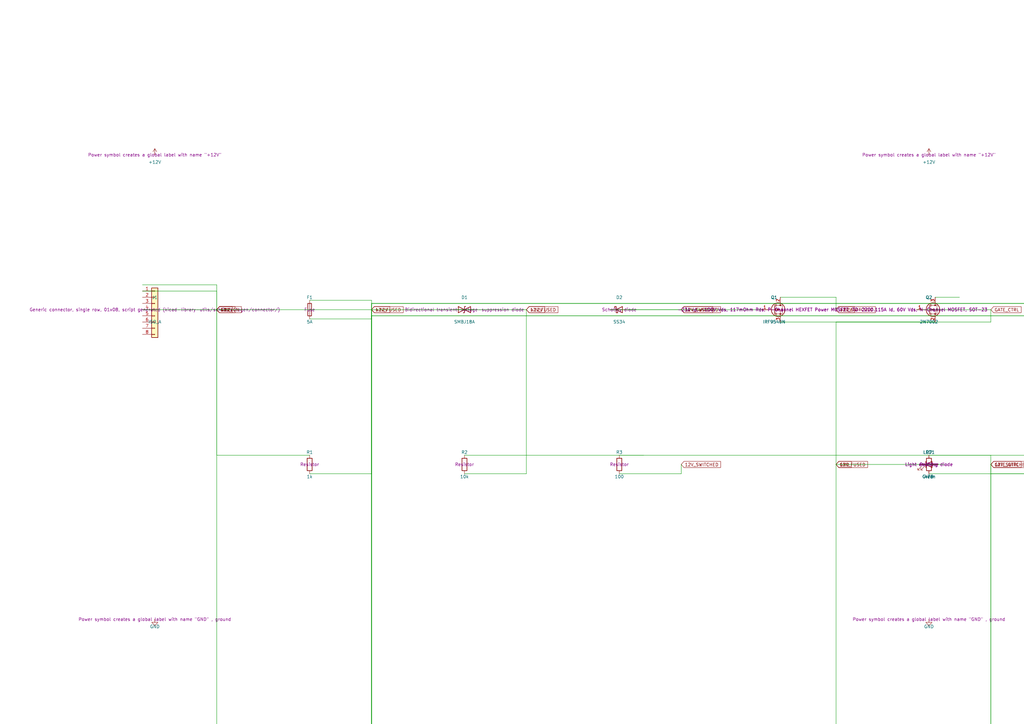
<source format=kicad_sch>
(kicad_sch (version 20250114) (generator "eeschema") (generator_version "9.0")
  (paper "A3")
  (title_block (title "WRX Power & CAN HAT") (date "2026-02-02T00:08:32.410828") (rev "1.0") (company "Auto-generated by Python"))
  (symbol (lib_id "Device:C") (at 635 190.5 0) (unit 1)
    (property "Reference" "C10" (at 635 185.5 0))
    (property "Value" "10uF" (at 635 195.5 0))
    (property "Description" "Unpolarized capacitor" (at 635 190.5 0))
  )
  (symbol (lib_id "Device:R") (at 254 381 0) (unit 1)
    (property "Reference" "R4" (at 254 376 0))
    (property "Value" "1.5k" (at 254 386 0))
    (property "Description" "Resistor" (at 254 381 0))
  )
  (symbol (lib_id "Device:R") (at 317.5 381 0) (unit 1)
    (property "Reference" "R5" (at 317.5 376 0))
    (property "Value" "1k" (at 317.5 386 0))
    (property "Description" "Resistor" (at 317.5 381 0))
  )
  (symbol (lib_id "Device:Crystal") (at 190.5 571.5 0) (unit 1)
    (property "Reference" "Y1" (at 190.5 566.5 0))
    (property "Value" "8MHz" (at 190.5 576.5 0))
    (property "Description" "Two pin crystal" (at 190.5 571.5 0))
  )
  (symbol (lib_id "Device:C") (at 698.5 762 0) (unit 1)
    (property "Reference" "C14" (at 698.5 757 0))
    (property "Value" "2.2uF" (at 698.5 767 0))
    (property "Description" "Unpolarized capacitor" (at 698.5 762 0))
  )
  (symbol (lib_id "Connector_Generic:Conn_01x16") (at 444.5 508 0) (unit 1)
    (property "Reference" "J3" (at 444.5 503 0))
    (property "Value" "OBD-II" (at 444.5 513 0))
    (property "Description" "Generic connector, single row, 01x16, script generated (kicad-library-utils/schlib/autogen/connector/)" (at 444.5 508 0))
  )
  (symbol (lib_id "Connector_Generic:Conn_01x02") (at 635 571.5 0) (unit 1)
    (property "Reference" "J6" (at 635 566.5 0))
    (property "Value" "FAN" (at 635 576.5 0))
    (property "Description" "Generic connector, single row, 01x02, script generated (kicad-library-utils/schlib/autogen/connector/)" (at 635 571.5 0))
  )
  (symbol (lib_id "Device:CP") (at 190.5 381 0) (unit 1)
    (property "Reference" "C?" (at 190.5 376 0))
    (property "Value" "220uF" (at 190.5 386 0))
  )
  (symbol (lib_id "Device:R") (at 635 381 0) (unit 1)
    (property "Reference" "R16" (at 635 376 0))
    (property "Value" "470" (at 635 386 0))
    (property "Description" "Resistor" (at 635 381 0))
  )
  (symbol (lib_id "Device:R") (at 381 508 0) (unit 1)
    (property "Reference" "R8" (at 381 503 0))
    (property "Value" "120" (at 381 513 0))
    (property "Description" "Resistor" (at 381 508 0))
  )
  (symbol (lib_id "Device:D") (at 635 508 0) (unit 1)
    (property "Reference" "D4" (at 635 503 0))
    (property "Value" "1N4148" (at 635 513 0))
    (property "Description" "Diode" (at 635 508 0))
    (property "Sim.Device" "D" (effects (hide yes)))
    (property "Sim.Pins" "1=K 2=A" (effects (hide yes)))
  )
  (symbol (lib_id "Device:C") (at 635 698.5 0) (unit 1)
    (property "Reference" "C11" (at 635 693.5 0))
    (property "Value" "1uF" (at 635 703.5 0))
    (property "Description" "Unpolarized capacitor" (at 635 698.5 0))
  )
  (symbol (lib_id "Connector:Screw_Terminal_01x02") (at 444.5 571.5 0) (unit 1)
    (property "Reference" "J4" (at 444.5 566.5 0))
    (property "Value" "CAN_Term" (at 444.5 576.5 0))
    (property "Description" "Generic screw terminal, single row, 01x02, script generated (kicad-library-utils/schlib/autogen/connector/)" (at 444.5 571.5 0))
  )
  (symbol (lib_id "Device:D_Schottky") (at 254 127 0) (unit 1)
    (property "Reference" "D2" (at 254 122 0))
    (property "Value" "SS34" (at 254 132 0))
    (property "Description" "Schottky diode" (at 254 127 0))
  )
  (symbol (lib_id "Device:C") (at 571.5 190.5 0) (unit 1)
    (property "Reference" "C8" (at 571.5 185.5 0))
    (property "Value" "100nF" (at 571.5 195.5 0))
    (property "Description" "Unpolarized capacitor" (at 571.5 190.5 0))
  )
  (symbol (lib_id "Device:C") (at 381 571.5 0) (unit 1)
    (property "Reference" "C6" (at 381 566.5 0))
    (property "Value" "22pF" (at 381 576.5 0))
    (property "Description" "Unpolarized capacitor" (at 381 571.5 0))
  )
  (symbol (lib_id "Device:C") (at 635 762 0) (unit 1)
    (property "Reference" "C12" (at 635 757 0))
    (property "Value" "2.2uF" (at 635 767 0))
    (property "Description" "Unpolarized capacitor" (at 635 762 0))
  )
  (symbol (lib_id "Device:CP") (at 317.5 190.5 0) (unit 1)
    (property "Reference" "C?" (at 317.5 185.5 0))
    (property "Value" "100uF" (at 317.5 195.5 0))
  )
  (symbol (lib_id "Device:L") (at 190.5 317.5 0) (unit 1)
    (property "Reference" "L1" (at 190.5 312.5 0))
    (property "Value" "33uH" (at 190.5 322.5 0))
    (property "Description" "Inductor" (at 190.5 317.5 0))
  )
  (symbol (lib_id "Connector_Generic:Conn_01x08") (at 63.5 127 0) (unit 1)
    (property "Reference" "J1" (at 63.5 122 0))
    (property "Value" "ISO_A" (at 63.5 132 0))
    (property "Description" "Generic connector, single row, 01x08, script generated (kicad-library-utils/schlib/autogen/connector/)" (at 63.5 127 0))
  )
  (symbol (lib_id "Regulator_Linear:AMS1117-3.3") (at 127 698.5 0) (unit 1)
    (property "Reference" "U2" (at 127 693.5 0))
    (property "Value" "AMS1117-3.3" (at 127 703.5 0))
    (property "Footprint" "Package_TO_SOT_SMD:SOT-223-3_TabPin2" (effects (hide yes)))
    (property "Datasheet" "http://www.advanced-monolithic.com/pdf/ds1117.pdf" (effects (hide yes)))
    (property "Description" "1A Low Dropout regulator, positive, 3.3V fixed output, SOT-223" (at 127 698.5 0))
  )
  (symbol (lib_id "power:+12V") (at 63.5 63.5 0) (unit 1)
    (property "Reference" "#PWR01" (effects (hide yes)))
    (property "Value" "+12V" (at 63.5 66.5 0))
    (property "Description" "Power symbol creates a global label with name \"+12V\"" (at 63.5 63.5 0))
  )
  (symbol (lib_id "power:GND") (at 698.5 254 0) (unit 1)
    (property "Reference" "#PWR07" (effects (hide yes)))
    (property "Value" "GND" (at 698.5 257 0))
    (property "Description" "Power symbol creates a global label with name \"GND\" , ground" (at 698.5 254 0))
  )
  (symbol (lib_id "Connector_Generic:Conn_02x20_Odd_Even") (at 381 698.5 0) (unit 1)
    (property "Reference" "J2" (at 381 693.5 0))
    (property "Value" "Pi_GPIO" (at 381 703.5 0))
    (property "Description" "Generic connector, double row, 02x20, odd/even pin numbering scheme (row 1 odd numbers, row 2 even numbers), script generated (kicad-library-utils/schlib/autogen/connector/)" (at 381 698.5 0))
  )
  (symbol (lib_id "Device:C") (at 254 698.5 0) (unit 1)
    (property "Reference" "C4" (at 254 693.5 0))
    (property "Value" "10uF" (at 254 703.5 0))
    (property "Description" "Unpolarized capacitor" (at 254 698.5 0))
  )
  (symbol (lib_id "Device:R") (at 571.5 825.5 0) (unit 1)
    (property "Reference" "R15" (at 571.5 820.5 0))
    (property "Value" "1k" (at 571.5 830.5 0))
    (property "Description" "Resistor" (at 571.5 825.5 0))
  )
  (symbol (lib_id "MCU_Microchip_ATtiny:ATtiny85-20PU") (at 444.5 317.5 0) (unit 1)
    (property "Reference" "U?" (at 444.5 312.5 0))
    (property "Value" "ATtiny85" (at 444.5 322.5 0))
  )
  (symbol (lib_id "Device:C") (at 444.5 381 0) (unit 1)
    (property "Reference" "C7" (at 444.5 376 0))
    (property "Value" "100nF" (at 444.5 386 0))
    (property "Description" "Unpolarized capacitor" (at 444.5 381 0))
  )
  (symbol (lib_id "power:+3.3V") (at 63.5 635 0) (unit 1)
    (property "Reference" "#PWR03" (effects (hide yes)))
    (property "Value" "+3.3V" (at 63.5 638 0))
    (property "Description" "Power symbol creates a global label with name \"+3.3V\"" (at 63.5 635 0))
  )
  (symbol (lib_id "Device:R") (at 698.5 825.5 0) (unit 1)
    (property "Reference" "R18" (at 698.5 820.5 0))
    (property "Value" "1k" (at 698.5 830.5 0))
    (property "Description" "Resistor" (at 698.5 825.5 0))
  )
  (symbol (lib_id "Device:R") (at 571.5 571.5 0) (unit 1)
    (property "Reference" "R14" (at 571.5 566.5 0))
    (property "Value" "1k" (at 571.5 576.5 0))
    (property "Description" "Resistor" (at 571.5 571.5 0))
  )
  (symbol (lib_id "Connector_Generic:Conn_01x03") (at 698.5 571.5 0) (unit 1)
    (property "Reference" "JP2" (at 698.5 566.5 0))
    (property "Value" "5V/12V" (at 698.5 576.5 0))
    (property "Description" "Generic connector, single row, 01x03, script generated (kicad-library-utils/schlib/autogen/connector/)" (at 698.5 571.5 0))
  )
  (symbol (lib_id "Isolator:LTV-817S") (at 444.5 127 0) (unit 1)
    (property "Reference" "U4" (at 444.5 122 0))
    (property "Value" "LTV-817S" (at 444.5 132 0))
    (property "Footprint" "Package_DIP:SMDIP-4_W9.53mm" (effects (hide yes)))
    (property "Datasheet" "http://www.us.liteon.com/downloads/LTV-817-827-847.PDF" (effects (hide yes)))
    (property "Description" "DC Optocoupler, Vce 35V, CTR 50%, SMDIP-4" (at 444.5 127 0))
  )
  (symbol (lib_id "Device:R") (at 317.5 508 0) (unit 1)
    (property "Reference" "R6" (at 317.5 503 0))
    (property "Value" "10k" (at 317.5 513 0))
    (property "Description" "Resistor" (at 317.5 508 0))
  )
  (symbol (lib_id "Device:R") (at 508 190.5 0) (unit 1)
    (property "Reference" "R11" (at 508 185.5 0))
    (property "Value" "10k" (at 508 195.5 0))
    (property "Description" "Resistor" (at 508 190.5 0))
  )
  (symbol (lib_id "Connector_Generic:Conn_01x02") (at 508 571.5 0) (unit 1)
    (property "Reference" "JP1" (at 508 566.5 0))
    (property "Value" "Jumper" (at 508 576.5 0))
    (property "Description" "Generic connector, single row, 01x02, script generated (kicad-library-utils/schlib/autogen/connector/)" (at 508 571.5 0))
  )
  (symbol (lib_id "Device:R") (at 571.5 381 0) (unit 1)
    (property "Reference" "R13" (at 571.5 376 0))
    (property "Value" "470" (at 571.5 386 0))
    (property "Description" "Resistor" (at 571.5 381 0))
  )
  (symbol (lib_id "Device:C") (at 190.5 698.5 0) (unit 1)
    (property "Reference" "C2" (at 190.5 693.5 0))
    (property "Value" "10uF" (at 190.5 703.5 0))
    (property "Description" "Unpolarized capacitor" (at 190.5 698.5 0))
  )
  (symbol (lib_id "Device:R") (at 635 825.5 0) (unit 1)
    (property "Reference" "R17" (at 635 820.5 0))
    (property "Value" "1k" (at 635 830.5 0))
    (property "Description" "Resistor" (at 635 825.5 0))
  )
  (symbol (lib_id "Device:R") (at 444.5 127 0) (unit 1)
    (property "Reference" "R9" (at 444.5 122 0))
    (property "Value" "10k" (at 444.5 132 0))
    (property "Description" "Resistor" (at 444.5 127 0))
  )
  (symbol (lib_id "Device:D_Schottky") (at 254 317.5 0) (unit 1)
    (property "Reference" "D3" (at 254 312.5 0))
    (property "Value" "SS54" (at 254 322.5 0))
    (property "Description" "Schottky diode" (at 254 317.5 0))
  )
  (symbol (lib_id "Regulator_Switching:LM2596S-5") (at 127 317.5 0) (unit 1)
    (property "Reference" "U1" (at 127 312.5 0))
    (property "Value" "LM2596S-5.0" (at 127 322.5 0))
    (property "Footprint" "Package_TO_SOT_SMD:TO-263-5_TabPin3" (effects (hide yes)))
    (property "Datasheet" "http://www.ti.com/lit/ds/symlink/lm2596.pdf" (effects (hide yes)))
    (property "Description" "5V 3A Step-Down Voltage Regulator, TO-263" (at 127 317.5 0))
  )
  (symbol (lib_id "Device:R") (at 508 381 0) (unit 1)
    (property "Reference" "R12" (at 508 376 0))
    (property "Value" "10k" (at 508 386 0))
    (property "Description" "Resistor" (at 508 381 0))
  )
  (symbol (lib_id "Connector_Generic:Conn_01x06") (at 825.5 762 0) (unit 1)
    (property "Reference" "J7" (at 825.5 757 0))
    (property "Value" "Audio" (at 825.5 767 0))
    (property "Description" "Generic connector, single row, 01x06, script generated (kicad-library-utils/schlib/autogen/connector/)" (at 825.5 762 0))
  )
  (symbol (lib_id "Device:C") (at 571.5 762 0) (unit 1)
    (property "Reference" "C9" (at 571.5 757 0))
    (property "Value" "2.2uF" (at 571.5 767 0))
    (property "Description" "Unpolarized capacitor" (at 571.5 762 0))
  )
  (symbol (lib_id "Connector_Generic:Conn_01x16") (at 571.5 698.5 0) (unit 1)
    (property "Reference" "U5" (at 571.5 693.5 0))
    (property "Value" "PCM5142" (at 571.5 703.5 0))
    (property "Description" "Generic connector, single row, 01x16, script generated (kicad-library-utils/schlib/autogen/connector/)" (at 571.5 698.5 0))
  )
  (symbol (lib_id "Transistor_FET:2N7002") (at 381 127 0) (unit 1)
    (property "Reference" "Q2" (at 381 122 0))
    (property "Value" "2N7002" (at 381 132 0))
    (property "Footprint" "Package_TO_SOT_SMD:SOT-23" (effects (hide yes)))
    (property "Datasheet" "https://www.onsemi.com/pub/Collateral/NDS7002A-D.PDF" (effects (hide yes)))
    (property "Description" "0.115A Id, 60V Vds, N-Channel MOSFET, SOT-23" (at 381 127 0))
  )
  (symbol (lib_id "power:GND") (at 63.5 254 0) (unit 1)
    (property "Reference" "#PWR02" (effects (hide yes)))
    (property "Value" "GND" (at 63.5 257 0))
    (property "Description" "Power symbol creates a global label with name \"GND\" , ground" (at 63.5 254 0))
  )
  (symbol (lib_id "Device:LED") (at 571.5 317.5 0) (unit 1)
    (property "Reference" "LED3" (at 571.5 312.5 0))
    (property "Value" "Yellow" (at 571.5 322.5 0))
    (property "Description" "Light emitting diode" (at 571.5 317.5 0))
    (property "Sim.Pins" "1=K 2=A" (effects (hide yes)))
  )
  (symbol (lib_id "Device:C") (at 254 571.5 0) (unit 1)
    (property "Reference" "C3" (at 254 566.5 0))
    (property "Value" "100nF" (at 254 576.5 0))
    (property "Description" "Unpolarized capacitor" (at 254 571.5 0))
  )
  (symbol (lib_id "Device:R") (at 444.5 190.5 0) (unit 1)
    (property "Reference" "R10" (at 444.5 185.5 0))
    (property "Value" "1k" (at 444.5 195.5 0))
    (property "Description" "Resistor" (at 444.5 190.5 0))
  )
  (symbol (lib_id "Device:R") (at 190.5 190.5 0) (unit 1)
    (property "Reference" "R2" (at 190.5 185.5 0))
    (property "Value" "10k" (at 190.5 195.5 0))
    (property "Description" "Resistor" (at 190.5 190.5 0))
  )
  (symbol (lib_id "Device:LED") (at 508 317.5 0) (unit 1)
    (property "Reference" "LED2" (at 508 312.5 0))
    (property "Value" "Red" (at 508 322.5 0))
    (property "Description" "Light emitting diode" (at 508 317.5 0))
    (property "Sim.Pins" "1=K 2=A" (effects (hide yes)))
  )
  (symbol (lib_id "Transistor_FET:2N7002") (at 571.5 508 0) (unit 1)
    (property "Reference" "Q3" (at 571.5 503 0))
    (property "Value" "2N7002" (at 571.5 513 0))
    (property "Footprint" "Package_TO_SOT_SMD:SOT-23" (effects (hide yes)))
    (property "Datasheet" "https://www.onsemi.com/pub/Collateral/NDS7002A-D.PDF" (effects (hide yes)))
    (property "Description" "0.115A Id, 60V Vds, N-Channel MOSFET, SOT-23" (at 571.5 508 0))
  )
  (symbol (lib_id "Device:LED") (at 381 190.5 0) (unit 1)
    (property "Reference" "LED1" (at 381 185.5 0))
    (property "Value" "Green" (at 381 195.5 0))
    (property "Description" "Light emitting diode" (at 381 190.5 0))
    (property "Sim.Pins" "1=K 2=A" (effects (hide yes)))
  )
  (symbol (lib_id "Interface_CAN_LIN:SN65HVD230") (at 254 508 0) (unit 1)
    (property "Reference" "U3" (at 254 503 0))
    (property "Value" "SN65HVD230" (at 254 513 0))
    (property "Footprint" "Package_SO:SOIC-8_3.9x4.9mm_P1.27mm" (effects (hide yes)))
    (property "Datasheet" "http://www.ti.com/lit/ds/symlink/sn65hvd230.pdf" (effects (hide yes)))
    (property "Description" "CAN Bus Transceivers, 3.3V, 1Mbps, Low-Power capabilities, SOIC-8" (at 254 508 0))
  )
  (symbol (lib_id "Device:R") (at 254 190.5 0) (unit 1)
    (property "Reference" "R3" (at 254 185.5 0))
    (property "Value" "100" (at 254 195.5 0))
    (property "Description" "Resistor" (at 254 190.5 0))
  )
  (symbol (lib_id "Device:C") (at 698.5 698.5 0) (unit 1)
    (property "Reference" "C13" (at 698.5 693.5 0))
    (property "Value" "1uF" (at 698.5 703.5 0))
    (property "Description" "Unpolarized capacitor" (at 698.5 698.5 0))
  )
  (symbol (lib_id "power:+5V") (at 381 444.5 0) (unit 1)
    (property "Reference" "#PWR06" (effects (hide yes)))
    (property "Value" "+5V" (at 381 447.5 0))
    (property "Description" "Power symbol creates a global label with name \"+5V\"" (at 381 444.5 0))
  )
  (symbol (lib_id "Device:C") (at 762 762 0) (unit 1)
    (property "Reference" "C15" (at 762 757 0))
    (property "Value" "2.2uF" (at 762 767 0))
    (property "Description" "Unpolarized capacitor" (at 762 762 0))
  )
  (symbol (lib_id "Device:R") (at 381 190.5 0) (unit 1)
    (property "Reference" "R7" (at 381 185.5 0))
    (property "Value" "470" (at 381 195.5 0))
    (property "Description" "Resistor" (at 381 190.5 0))
  )
  (symbol (lib_id "Connector_Generic:Conn_02x03_Odd_Even") (at 635 317.5 0) (unit 1)
    (property "Reference" "J5" (at 635 312.5 0))
    (property "Value" "ISP" (at 635 322.5 0))
    (property "Description" "Generic connector, double row, 02x03, odd/even pin numbering scheme (row 1 odd numbers, row 2 even numbers), script generated (kicad-library-utils/schlib/autogen/connector/)" (at 635 317.5 0))
  )
  (symbol (lib_id "Interface_CAN_LIN:MCP2515-I_SO") (at 127 508 0) (unit 1)
    (property "Reference" "U?" (at 127 503 0))
    (property "Value" "MCP2515" (at 127 513 0))
  )
  (symbol (lib_id "Device:C") (at 127 571.5 0) (unit 1)
    (property "Reference" "C1" (at 127 566.5 0))
    (property "Value" "100nF" (at 127 576.5 0))
    (property "Description" "Unpolarized capacitor" (at 127 571.5 0))
  )
  (symbol (lib_id "Device:R") (at 762 825.5 0) (unit 1)
    (property "Reference" "R19" (at 762 820.5 0))
    (property "Value" "1k" (at 762 830.5 0))
    (property "Description" "Resistor" (at 762 825.5 0))
  )
  (symbol (lib_id "Device:R") (at 127 190.5 0) (unit 1)
    (property "Reference" "R1" (at 127 185.5 0))
    (property "Value" "1k" (at 127 195.5 0))
    (property "Description" "Resistor" (at 127 190.5 0))
  )
  (symbol (lib_id "Device:D_TVS") (at 190.5 127 0) (unit 1)
    (property "Reference" "D1" (at 190.5 122 0))
    (property "Value" "SMBJ18A" (at 190.5 132 0))
    (property "Description" "Bidirectional transient-voltage-suppression diode" (at 190.5 127 0))
  )
  (symbol (lib_id "Device:Fuse") (at 127 127 0) (unit 1)
    (property "Reference" "F1" (at 127 122 0))
    (property "Value" "5A" (at 127 132 0))
    (property "Description" "Fuse" (at 127 127 0))
  )
  (symbol (lib_id "Device:C") (at 317.5 571.5 0) (unit 1)
    (property "Reference" "C5" (at 317.5 566.5 0))
    (property "Value" "22pF" (at 317.5 576.5 0))
    (property "Description" "Unpolarized capacitor" (at 317.5 571.5 0))
  )
  (symbol (lib_id "Transistor_FET:IRF9540N") (at 317.5 127 0) (unit 1)
    (property "Reference" "Q1" (at 317.5 122 0))
    (property "Value" "IRF9540N" (at 317.5 132 0))
    (property "Footprint" "Package_TO_SOT_THT:TO-220-3_Vertical" (effects (hide yes)))
    (property "Datasheet" "http://www.irf.com/product-info/datasheets/data/irf9540n.pdf" (effects (hide yes)))
    (property "Description" "-23A Id, -100V Vds, 117mOhm Rds, P-Channel HEXFET Power MOSFET, TO-220" (at 317.5 127 0))
  )
  (symbol (lib_id "power:+12V") (at 381 63.5 0) (unit 1)
    (property "Reference" "#PWR04" (effects (hide yes)))
    (property "Value" "+12V" (at 381 66.5 0))
    (property "Description" "Power symbol creates a global label with name \"+12V\"" (at 381 63.5 0))
  )
  (symbol (lib_id "power:GND") (at 381 254 0) (unit 1)
    (property "Reference" "#PWR05" (effects (hide yes)))
    (property "Value" "GND" (at 381 257 0))
    (property "Description" "Power symbol creates a global label with name \"GND\" , ground" (at 381 254 0))
  )
  (symbol (lib_id "Device:CP") (at 127 381 0) (unit 1)
    (property "Reference" "C?" (at 127 376 0))
    (property "Value" "100uF" (at 127 386 0))
  )
  (global_label "GND" (shape input) (at 88.9 127.0 0) (property "Intersheetrefs" "${INTERSHEET_REFS}" (effects hide)))
  (global_label "GND" (shape input) (at 342.9 190.5 0) (property "Intersheetrefs" "${INTERSHEET_REFS}" (effects hide)))
  (global_label "GND" (shape input) (at 152.4 381.0 0) (property "Intersheetrefs" "${INTERSHEET_REFS}" (effects hide)))
  (global_label "GND" (shape input) (at 215.9 381.0 0) (property "Intersheetrefs" "${INTERSHEET_REFS}" (effects hide)))
  (global_label "GND" (shape input) (at 469.90000000000003 381.0 0) (property "Intersheetrefs" "${INTERSHEET_REFS}" (effects hide)))
  (global_label "GND" (shape input) (at 152.4 571.5 0) (property "Intersheetrefs" "${INTERSHEET_REFS}" (effects hide)))
  (global_label "GND" (shape input) (at 279.4 571.5 0) (property "Intersheetrefs" "${INTERSHEET_REFS}" (effects hide)))
  (global_label "GND" (shape input) (at 342.9 571.5 0) (property "Intersheetrefs" "${INTERSHEET_REFS}" (effects hide)))
  (global_label "GND" (shape input) (at 406.4 571.5 0) (property "Intersheetrefs" "${INTERSHEET_REFS}" (effects hide)))
  (global_label "GND" (shape input) (at 215.9 698.5 0) (property "Intersheetrefs" "${INTERSHEET_REFS}" (effects hide)))
  (global_label "GND" (shape input) (at 279.4 698.5 0) (property "Intersheetrefs" "${INTERSHEET_REFS}" (effects hide)))
  (global_label "GND" (shape input) (at 152.4 317.5 0) (property "Intersheetrefs" "${INTERSHEET_REFS}" (effects hide)))
  (global_label "GND" (shape input) (at 469.90000000000003 127.0 0) (property "Intersheetrefs" "${INTERSHEET_REFS}" (effects hide)))
  (global_label "GND" (shape input) (at 469.90000000000003 317.5 0) (property "Intersheetrefs" "${INTERSHEET_REFS}" (effects hide)))
  (global_label "GND" (shape input) (at 152.4 508.0 0) (property "Intersheetrefs" "${INTERSHEET_REFS}" (effects hide)))
  (global_label "GND" (shape input) (at 279.4 508.0 0) (property "Intersheetrefs" "${INTERSHEET_REFS}" (effects hide)))
  (global_label "GND" (shape input) (at 152.4 698.5 0) (property "Intersheetrefs" "${INTERSHEET_REFS}" (effects hide)))
  (global_label "GND" (shape input) (at 406.4 698.5 0) (property "Intersheetrefs" "${INTERSHEET_REFS}" (effects hide)))
  (global_label "GND" (shape input) (at 660.4 317.5 0) (property "Intersheetrefs" "${INTERSHEET_REFS}" (effects hide)))
  (global_label "GND" (shape input) (at 660.4 508.0 0) (property "Intersheetrefs" "${INTERSHEET_REFS}" (effects hide)))
  (global_label "+12V" (shape input) (at 88.9 127.0 0) (property "Intersheetrefs" "${INTERSHEET_REFS}" (effects hide)))
  (global_label "+12V" (shape input) (at 152.4 127.0 0) (property "Intersheetrefs" "${INTERSHEET_REFS}" (effects hide)))
  (global_label "+12V" (shape input) (at 215.9 127.0 0) (property "Intersheetrefs" "${INTERSHEET_REFS}" (effects hide)))
  (global_label "+12V" (shape input) (at 342.9 127.0 0) (property "Intersheetrefs" "${INTERSHEET_REFS}" (effects hide)))
  (global_label "+5V" (shape input) (at 152.4 317.5 0) (property "Intersheetrefs" "${INTERSHEET_REFS}" (effects hide)))
  (global_label "+5V" (shape input) (at 215.9 381.0 0) (property "Intersheetrefs" "${INTERSHEET_REFS}" (effects hide)))
  (global_label "+5V" (shape input) (at 152.4 571.5 0) (property "Intersheetrefs" "${INTERSHEET_REFS}" (effects hide)))
  (global_label "+5V" (shape input) (at 469.90000000000003 317.5 0) (property "Intersheetrefs" "${INTERSHEET_REFS}" (effects hide)))
  (global_label "+5V" (shape input) (at 152.4 508.0 0) (property "Intersheetrefs" "${INTERSHEET_REFS}" (effects hide)))
  (global_label "+5V" (shape input) (at 152.4 698.5 0) (property "Intersheetrefs" "${INTERSHEET_REFS}" (effects hide)))
  (global_label "+5V" (shape input) (at 406.4 698.5 0) (property "Intersheetrefs" "${INTERSHEET_REFS}" (effects hide)))
  (global_label "+3.3V" (shape input) (at 279.4 508.0 0) (property "Intersheetrefs" "${INTERSHEET_REFS}" (effects hide)))
  (global_label "+3.3V" (shape input) (at 152.4 698.5 0) (property "Intersheetrefs" "${INTERSHEET_REFS}" (effects hide)))
  (global_label "+3.3V" (shape input) (at 406.4 698.5 0) (property "Intersheetrefs" "${INTERSHEET_REFS}" (effects hide)))
  (global_label "+3.3V" (shape input) (at 469.90000000000003 381.0 0) (property "Intersheetrefs" "${INTERSHEET_REFS}" (effects hide)))
  (global_label "12V_FUSED" (shape input) (at 152.4 127.0 0) (property "Intersheetrefs" "${INTERSHEET_REFS}" (effects hide)))
  (global_label "12V_FUSED" (shape input) (at 215.9 127.0 0) (property "Intersheetrefs" "${INTERSHEET_REFS}" (effects hide)))
  (global_label "12V_FUSED" (shape input) (at 279.4 127.0 0) (property "Intersheetrefs" "${INTERSHEET_REFS}" (effects hide)))
  (global_label "12V_FUSED" (shape input) (at 342.9 190.5 0) (property "Intersheetrefs" "${INTERSHEET_REFS}" (effects hide)))
  (global_label "12V_SWITCHED" (shape input) (at 279.4 127.0 0) (property "Intersheetrefs" "${INTERSHEET_REFS}" (effects hide)))
  (global_label "12V_SWITCHED" (shape input) (at 342.9 127.0 0) (property "Intersheetrefs" "${INTERSHEET_REFS}" (effects hide)))
  (global_label "12V_SWITCHED" (shape input) (at 152.4 317.5 0) (property "Intersheetrefs" "${INTERSHEET_REFS}" (effects hide)))
  (global_label "12V_SWITCHED" (shape input) (at 406.4 190.5 0) (property "Intersheetrefs" "${INTERSHEET_REFS}" (effects hide)))
  (global_label "12V_SWITCHED" (shape input) (at 279.4 190.5 0) (property "Intersheetrefs" "${INTERSHEET_REFS}" (effects hide)))
  (global_label "GATE_CTRL" (shape input) (at 469.90000000000003 317.5 0) (property "Intersheetrefs" "${INTERSHEET_REFS}" (effects hide)))
  (global_label "GATE_CTRL" (shape input) (at 406.4 190.5 0) (property "Intersheetrefs" "${INTERSHEET_REFS}" (effects hide)))
  (global_label "GATE_CTRL" (shape input) (at 406.4 127.0 0) (property "Intersheetrefs" "${INTERSHEET_REFS}" (effects hide)))
  (global_label "12V_IGN" (shape input) (at 88.9 127.0 0) (property "Intersheetrefs" "${INTERSHEET_REFS}" (effects hide)))
  (global_label "12V_IGN" (shape input) (at 469.90000000000003 190.5 0) (property "Intersheetrefs" "${INTERSHEET_REFS}" (effects hide)))
  (global_label "12V_IGN" (shape input) (at 469.90000000000003 127.0 0) (property "Intersheetrefs" "${INTERSHEET_REFS}" (effects hide)))
  (global_label "IGN_DETECT" (shape input) (at 469.90000000000003 127.0 0) (property "Intersheetrefs" "${INTERSHEET_REFS}" (effects hide)))
  (global_label "IGN_DETECT" (shape input) (at 533.4 190.5 0) (property "Intersheetrefs" "${INTERSHEET_REFS}" (effects hide)))
  (global_label "IGN_DETECT" (shape input) (at 596.9 190.5 0) (property "Intersheetrefs" "${INTERSHEET_REFS}" (effects hide)))
  (global_label "IGN_DETECT" (shape input) (at 660.4 190.5 0) (property "Intersheetrefs" "${INTERSHEET_REFS}" (effects hide)))
  (global_label "IGN_DETECT" (shape input) (at 469.90000000000003 317.5 0) (property "Intersheetrefs" "${INTERSHEET_REFS}" (effects hide)))
  (global_label "IGN_DETECT" (shape input) (at 406.4 698.5 0) (property "Intersheetrefs" "${INTERSHEET_REFS}" (effects hide)))
  (global_label "SHUTDOWN_REQ" (shape input) (at 469.90000000000003 317.5 0) (property "Intersheetrefs" "${INTERSHEET_REFS}" (effects hide)))
  (global_label "SHUTDOWN_REQ" (shape input) (at 406.4 698.5 0) (property "Intersheetrefs" "${INTERSHEET_REFS}" (effects hide)))
  (global_label "TIMER_LED" (shape input) (at 469.90000000000003 317.5 0) (property "Intersheetrefs" "${INTERSHEET_REFS}" (effects hide)))
  (global_label "TIMER_LED" (shape input) (at 596.9 381.0 0) (property "Intersheetrefs" "${INTERSHEET_REFS}" (effects hide)))
  (global_label "TIMER_LED" (shape input) (at 533.4 317.5 0) (property "Intersheetrefs" "${INTERSHEET_REFS}" (effects hide)))
  (global_label "HEARTBEAT_LED" (shape input) (at 469.90000000000003 317.5 0) (property "Intersheetrefs" "${INTERSHEET_REFS}" (effects hide)))
  (global_label "HEARTBEAT_LED" (shape input) (at 660.4 381.0 0) (property "Intersheetrefs" "${INTERSHEET_REFS}" (effects hide)))
  (global_label "HEARTBEAT_LED" (shape input) (at 596.9 317.5 0) (property "Intersheetrefs" "${INTERSHEET_REFS}" (effects hide)))
  (global_label "RESET" (shape input) (at 469.90000000000003 317.5 0) (property "Intersheetrefs" "${INTERSHEET_REFS}" (effects hide)))
  (global_label "RESET" (shape input) (at 533.4 381.0 0) (property "Intersheetrefs" "${INTERSHEET_REFS}" (effects hide)))
  (global_label "RESET" (shape input) (at 660.4 317.5 0) (property "Intersheetrefs" "${INTERSHEET_REFS}" (effects hide)))
  (global_label "SPI_MOSI" (shape input) (at 406.4 698.5 0) (property "Intersheetrefs" "${INTERSHEET_REFS}" (effects hide)))
  (global_label "SPI_MOSI" (shape input) (at 152.4 508.0 0) (property "Intersheetrefs" "${INTERSHEET_REFS}" (effects hide)))
  (global_label "SPI_MISO" (shape input) (at 406.4 698.5 0) (property "Intersheetrefs" "${INTERSHEET_REFS}" (effects hide)))
  (global_label "SPI_MISO" (shape input) (at 152.4 508.0 0) (property "Intersheetrefs" "${INTERSHEET_REFS}" (effects hide)))
  (global_label "SPI_SCLK" (shape input) (at 406.4 698.5 0) (property "Intersheetrefs" "${INTERSHEET_REFS}" (effects hide)))
  (global_label "SPI_SCLK" (shape input) (at 152.4 508.0 0) (property "Intersheetrefs" "${INTERSHEET_REFS}" (effects hide)))
  (global_label "SPI_CE0" (shape input) (at 406.4 698.5 0) (property "Intersheetrefs" "${INTERSHEET_REFS}" (effects hide)))
  (global_label "SPI_CE0" (shape input) (at 152.4 508.0 0) (property "Intersheetrefs" "${INTERSHEET_REFS}" (effects hide)))
  (global_label "CAN_INT" (shape input) (at 152.4 508.0 0) (property "Intersheetrefs" "${INTERSHEET_REFS}" (effects hide)))
  (global_label "CAN_INT" (shape input) (at 406.4 698.5 0) (property "Intersheetrefs" "${INTERSHEET_REFS}" (effects hide)))
  (global_label "CAN_INT" (shape input) (at 342.9 508.0 0) (property "Intersheetrefs" "${INTERSHEET_REFS}" (effects hide)))
  (global_label "CAN_TX" (shape input) (at 152.4 508.0 0) (property "Intersheetrefs" "${INTERSHEET_REFS}" (effects hide)))
  (global_label "CAN_TX" (shape input) (at 279.4 508.0 0) (property "Intersheetrefs" "${INTERSHEET_REFS}" (effects hide)))
  (global_label "CAN_RX" (shape input) (at 152.4 508.0 0) (property "Intersheetrefs" "${INTERSHEET_REFS}" (effects hide)))
  (global_label "CAN_RX" (shape input) (at 279.4 508.0 0) (property "Intersheetrefs" "${INTERSHEET_REFS}" (effects hide)))
  (global_label "CANH" (shape input) (at 279.4 508.0 0) (property "Intersheetrefs" "${INTERSHEET_REFS}" (effects hide)))
  (global_label "CANH" (shape input) (at 469.90000000000003 508.0 0) (property "Intersheetrefs" "${INTERSHEET_REFS}" (effects hide)))
  (global_label "CANH" (shape input) (at 469.90000000000003 571.5 0) (property "Intersheetrefs" "${INTERSHEET_REFS}" (effects hide)))
  (global_label "CANH" (shape input) (at 406.4 508.0 0) (property "Intersheetrefs" "${INTERSHEET_REFS}" (effects hide)))
  (global_label "CANH" (shape input) (at 533.4 571.5 0) (property "Intersheetrefs" "${INTERSHEET_REFS}" (effects hide)))
  (global_label "CANL" (shape input) (at 279.4 508.0 0) (property "Intersheetrefs" "${INTERSHEET_REFS}" (effects hide)))
  (global_label "CANL" (shape input) (at 469.90000000000003 508.0 0) (property "Intersheetrefs" "${INTERSHEET_REFS}" (effects hide)))
  (global_label "CANL" (shape input) (at 469.90000000000003 571.5 0) (property "Intersheetrefs" "${INTERSHEET_REFS}" (effects hide)))
  (global_label "CANL" (shape input) (at 406.4 508.0 0) (property "Intersheetrefs" "${INTERSHEET_REFS}" (effects hide)))
  (global_label "CANL" (shape input) (at 533.4 571.5 0) (property "Intersheetrefs" "${INTERSHEET_REFS}" (effects hide)))
  (global_label "XTAL1" (shape input) (at 152.4 508.0 0) (property "Intersheetrefs" "${INTERSHEET_REFS}" (effects hide)))
  (global_label "XTAL1" (shape input) (at 215.9 571.5 0) (property "Intersheetrefs" "${INTERSHEET_REFS}" (effects hide)))
  (global_label "XTAL1" (shape input) (at 342.9 571.5 0) (property "Intersheetrefs" "${INTERSHEET_REFS}" (effects hide)))
  (global_label "XTAL2" (shape input) (at 152.4 508.0 0) (property "Intersheetrefs" "${INTERSHEET_REFS}" (effects hide)))
  (global_label "XTAL2" (shape input) (at 215.9 571.5 0) (property "Intersheetrefs" "${INTERSHEET_REFS}" (effects hide)))
  (global_label "XTAL2" (shape input) (at 406.4 571.5 0) (property "Intersheetrefs" "${INTERSHEET_REFS}" (effects hide)))
  (global_label "FAN_PWM" (shape input) (at 406.4 698.5 0) (property "Intersheetrefs" "${INTERSHEET_REFS}" (effects hide)))
  (global_label "FAN_PWM" (shape input) (at 596.9 571.5 0) (property "Intersheetrefs" "${INTERSHEET_REFS}" (effects hide)))
  (global_label "FAN_PWM" (shape input) (at 596.9 508.0 0) (property "Intersheetrefs" "${INTERSHEET_REFS}" (effects hide)))
  (global_label "FAN+" (shape input) (at 723.9 571.5 0) (property "Intersheetrefs" "${INTERSHEET_REFS}" (effects hide)))
  (global_label "FAN+" (shape input) (at 660.4 571.5 0) (property "Intersheetrefs" "${INTERSHEET_REFS}" (effects hide)))
  (global_label "FAN-" (shape input) (at 596.9 508.0 0) (property "Intersheetrefs" "${INTERSHEET_REFS}" (effects hide)))
  (global_label "FAN-" (shape input) (at 660.4 571.5 0) (property "Intersheetrefs" "${INTERSHEET_REFS}" (effects hide)))
  (global_label "FAN-" (shape input) (at 660.4 508.0 0) (property "Intersheetrefs" "${INTERSHEET_REFS}" (effects hide)))
  (global_label "I2S_BCK" (shape input) (at 406.4 698.5 0) (property "Intersheetrefs" "${INTERSHEET_REFS}" (effects hide)))
  (global_label "I2S_BCK" (shape input) (at 596.9 698.5 0) (property "Intersheetrefs" "${INTERSHEET_REFS}" (effects hide)))
  (global_label "I2S_DATA" (shape input) (at 406.4 698.5 0) (property "Intersheetrefs" "${INTERSHEET_REFS}" (effects hide)))
  (global_label "I2S_DATA" (shape input) (at 596.9 698.5 0) (property "Intersheetrefs" "${INTERSHEET_REFS}" (effects hide)))
  (global_label "I2S_LRCK" (shape input) (at 406.4 698.5 0) (property "Intersheetrefs" "${INTERSHEET_REFS}" (effects hide)))
  (global_label "I2S_LRCK" (shape input) (at 596.9 698.5 0) (property "Intersheetrefs" "${INTERSHEET_REFS}" (effects hide)))
  (global_label "AUDIO_L+" (shape input) (at 596.9 698.5 0) (property "Intersheetrefs" "${INTERSHEET_REFS}" (effects hide)))
  (global_label "AUDIO_L+" (shape input) (at 596.9 825.5 0) (property "Intersheetrefs" "${INTERSHEET_REFS}" (effects hide)))
  (global_label "AUDIO_L+" (shape input) (at 596.9 762.0 0) (property "Intersheetrefs" "${INTERSHEET_REFS}" (effects hide)))
  (global_label "AUDIO_L+" (shape input) (at 850.9 762.0 0) (property "Intersheetrefs" "${INTERSHEET_REFS}" (effects hide)))
  (global_label "AUDIO_L-" (shape input) (at 596.9 698.5 0) (property "Intersheetrefs" "${INTERSHEET_REFS}" (effects hide)))
  (global_label "AUDIO_L-" (shape input) (at 660.4 825.5 0) (property "Intersheetrefs" "${INTERSHEET_REFS}" (effects hide)))
  (global_label "AUDIO_L-" (shape input) (at 660.4 762.0 0) (property "Intersheetrefs" "${INTERSHEET_REFS}" (effects hide)))
  (global_label "AUDIO_L-" (shape input) (at 850.9 762.0 0) (property "Intersheetrefs" "${INTERSHEET_REFS}" (effects hide)))
  (global_label "AUDIO_R+" (shape input) (at 596.9 698.5 0) (property "Intersheetrefs" "${INTERSHEET_REFS}" (effects hide)))
  (global_label "AUDIO_R+" (shape input) (at 723.9 825.5 0) (property "Intersheetrefs" "${INTERSHEET_REFS}" (effects hide)))
  (global_label "AUDIO_R+" (shape input) (at 723.9 762.0 0) (property "Intersheetrefs" "${INTERSHEET_REFS}" (effects hide)))
  (global_label "AUDIO_R+" (shape input) (at 850.9 762.0 0) (property "Intersheetrefs" "${INTERSHEET_REFS}" (effects hide)))
  (global_label "AUDIO_R-" (shape input) (at 596.9 698.5 0) (property "Intersheetrefs" "${INTERSHEET_REFS}" (effects hide)))
  (global_label "AUDIO_R-" (shape input) (at 787.4 825.5 0) (property "Intersheetrefs" "${INTERSHEET_REFS}" (effects hide)))
  (global_label "AUDIO_R-" (shape input) (at 787.4 762.0 0) (property "Intersheetrefs" "${INTERSHEET_REFS}" (effects hide)))
  (global_label "AUDIO_R-" (shape input) (at 850.9 762.0 0) (property "Intersheetrefs" "${INTERSHEET_REFS}" (effects hide)))
  (wire (pts (xy 58.42 127.0) (xy 88.9 127.0)))
  (wire (pts (xy 58.42 119.38) (xy 88.9 119.38)))
  (wire (pts (xy 88.9 119.38) (xy 88.9 127.0)))
  (wire (pts (xy 58.42 116.84) (xy 88.9 116.84)))
  (wire (pts (xy 88.9 116.84) (xy 88.9 127.0)))
  (wire (pts (xy 127.0 130.81) (xy 152.4 130.81)))
  (wire (pts (xy 152.4 130.81) (xy 152.4 127.0)))
  (wire (pts (xy 127.0 123.19) (xy 152.4 123.19)))
  (wire (pts (xy 152.4 123.19) (xy 152.4 127.0)))
  (wire (pts (xy 186.69 127.0) (xy 215.9 127.0)))
  (wire (pts (xy 194.31 127.0) (xy 88.9 127.0)))
  (wire (pts (xy 250.19 127.0) (xy 279.4 127.0)))
  (wire (pts (xy 257.81 127.0) (xy 279.4 127.0)))
  (wire (pts (xy 312.42 127.0) (xy 279.4 127.0)))
  (wire (pts (xy 320.04 132.08) (xy 406.4 132.08)))
  (wire (pts (xy 406.4 132.08) (xy 406.4 127.0)))
  (wire (pts (xy 320.04 121.92) (xy 342.9 121.92)))
  (wire (pts (xy 342.9 121.92) (xy 342.9 127.0)))
  (wire (pts (xy 127.0 194.31) (xy 152.4 194.31)))
  (wire (pts (xy 152.4 194.31) (xy 152.4 127.0)))
  (wire (pts (xy 127.0 186.69) (xy 88.9 186.69)))
  (wire (pts (xy 88.9 186.69) (xy 88.9 127.0)))
  (wire (pts (xy 190.5 194.31) (xy 215.9 194.31)))
  (wire (pts (xy 215.9 194.31) (xy 215.9 127.0)))
  (wire (pts (xy 190.5 186.69) (xy 406.4 186.69)))
  (wire (pts (xy 406.4 186.69) (xy 406.4 190.5)))
  (wire (pts (xy 254.0 194.31) (xy 279.4 194.31)))
  (wire (pts (xy 279.4 194.31) (xy 279.4 190.5)))
  (wire (pts (xy 254.0 186.69) (xy 264.0 186.69)))
  (wire (pts (xy 127.0 575.31) (xy 342.9 575.31)))
  (wire (pts (xy 342.9 575.31) (xy 342.9 190.5)))
  (wire (pts (xy 127.0 567.69) (xy 152.4 567.69)))
  (wire (pts (xy 152.4 567.69) (xy 152.4 571.5)))
  (wire (pts (xy 377.19 190.5) (xy 387.19 190.5)))
  (wire (pts (xy 384.81 190.5) (xy 342.9 190.5)))
  (wire (pts (xy 114.3 320.04) (xy 152.4 320.04)))
  (wire (pts (xy 152.4 320.04) (xy 152.4 317.5)))
  (wire (pts (xy 139.7 314.96) (xy 149.7 314.96)))
  (wire (pts (xy 127.0 309.88) (xy 152.4 309.88)))
  (wire (pts (xy 152.4 309.88) (xy 152.4 317.5)))
  (wire (pts (xy 139.7 320.04) (xy 149.7 320.04)))
  (wire (pts (xy 114.3 314.96) (xy 152.4 314.96)))
  (wire (pts (xy 152.4 314.96) (xy 152.4 317.5)))
  (wire (pts (xy 190.5 321.31) (xy 200.5 321.31)))
  (wire (pts (xy 190.5 313.69) (xy 152.4 313.69)))
  (wire (pts (xy 152.4 313.69) (xy 152.4 317.5)))
  (wire (pts (xy 250.19 317.5) (xy 215.9 317.5)))
  (wire (pts (xy 215.9 317.5) (xy 215.9 381.0)))
  (wire (pts (xy 257.81 317.5) (xy 267.81 317.5)))
  (wire (pts (xy 190.5 702.31) (xy 152.4 702.31)))
  (wire (pts (xy 152.4 702.31) (xy 152.4 317.5)))
  (wire (pts (xy 190.5 694.69) (xy 215.9 694.69)))
  (wire (pts (xy 215.9 694.69) (xy 215.9 698.5)))
  (wire (pts (xy 254.0 575.31) (xy 152.4 575.31)))
  (wire (pts (xy 152.4 575.31) (xy 152.4 571.5)))
  (wire (pts (xy 254.0 567.69) (xy 279.4 567.69)))
  (wire (pts (xy 279.4 567.69) (xy 279.4 571.5)))
  (wire (pts (xy 254.0 384.81) (xy 215.9 384.81)))
  (wire (pts (xy 215.9 384.81) (xy 215.9 381.0)))
  (wire (pts (xy 254.0 377.19) (xy 264.0 377.19)))
  (wire (pts (xy 317.5 384.81) (xy 327.5 384.81)))
  (wire (pts (xy 317.5 377.19) (xy 215.9 377.19)))
  (wire (pts (xy 215.9 377.19) (xy 215.9 381.0)))
  (wire (pts (xy 127.0 690.88) (xy 88.9 690.88)))
  (wire (pts (xy 88.9 690.88) (xy 88.9 127.0)))
  (wire (pts (xy 134.62 698.5) (xy 152.4 698.5)))
  (wire (pts (xy 119.38 698.5) (xy 152.4 698.5)))
  (wire (pts (xy 317.5 511.81) (xy 469.90000000000003 511.81)))
  (wire (pts (xy 469.90000000000003 511.81) (xy 469.90000000000003 190.5)))
  (wire (pts (xy 317.5 504.19) (xy 327.5 504.19)))
  (wire (pts (xy 381.0 194.31) (xy 469.90000000000003 194.31)))
  (wire (pts (xy 469.90000000000003 194.31) (xy 469.90000000000003 127.0)))
  (wire (pts (xy 381.0 186.69) (xy 469.90000000000003 186.69)))
  (wire (pts (xy 469.90000000000003 186.69) (xy 469.90000000000003 381.0)))
  (wire (pts (xy 254.0 702.31) (xy 406.4 702.31)))
  (wire (pts (xy 406.4 702.31) (xy 406.4 698.5)))
  (wire (pts (xy 254.0 694.69) (xy 279.4 694.69)))
  (wire (pts (xy 279.4 694.69) (xy 279.4 698.5)))
  (wire (pts (xy 317.5 575.31) (xy 406.4 575.31)))
  (wire (pts (xy 406.4 575.31) (xy 406.4 698.5)))
  (wire (pts (xy 317.5 567.69) (xy 342.9 567.69)))
  (wire (pts (xy 342.9 567.69) (xy 342.9 571.5)))
  (wire (pts (xy 243.84 510.54) (xy 469.90000000000003 510.54)))
  (wire (pts (xy 469.90000000000003 510.54) (xy 469.90000000000003 317.5)))
  (wire (pts (xy 254.0 497.84) (xy 469.90000000000003 497.84)))
  (wire (pts (xy 469.90000000000003 497.84) (xy 469.90000000000003 317.5)))
  (wire (pts (xy 254.0 515.62) (xy 469.90000000000003 515.62)))
  (wire (pts (xy 469.90000000000003 515.62) (xy 469.90000000000003 317.5)))
  (wire (pts (xy 243.84 508.0) (xy 279.4 508.0)))
  (wire (pts (xy 243.84 505.46) (xy 406.4 505.46)))
  (wire (pts (xy 406.4 505.46) (xy 406.4 698.5)))
  (wire (pts (xy 264.16 505.46) (xy 406.4 505.46)))
  (wire (pts (xy 406.4 505.46) (xy 406.4 698.5)))
  (wire (pts (xy 264.16 508.0) (xy 469.90000000000003 508.0)))
  (wire (pts (xy 469.90000000000003 508.0) (xy 469.90000000000003 317.5)))
  (wire (pts (xy 243.84 502.92) (xy 279.4 502.92)))
  (wire (pts (xy 279.4 502.92) (xy 279.4 508.0)))
  (wire (pts (xy 381.0 575.31) (xy 279.4 575.31)))
  (wire (pts (xy 279.4 575.31) (xy 279.4 508.0)))
  (wire (pts (xy 381.0 567.69) (xy 406.4 567.69)))
  (wire (pts (xy 406.4 567.69) (xy 406.4 571.5)))
  (wire (pts (xy 381.0 511.81) (xy 533.4 511.81)))
  (wire (pts (xy 533.4 511.81) (xy 533.4 381.0)))
  (wire (pts (xy 381.0 504.19) (xy 279.4 504.19)))
  (wire (pts (xy 279.4 504.19) (xy 279.4 508.0)))
  (wire (pts (xy 444.5 130.81) (xy 469.90000000000003 130.81)))
  (wire (pts (xy 469.90000000000003 130.81) (xy 469.90000000000003 317.5)))
  (wire (pts (xy 444.5 123.19) (xy 454.5 123.19)))
  (wire (pts (xy 571.5 575.31) (xy 660.4 575.31)))
  (wire (pts (xy 660.4 575.31) (xy 660.4 381.0)))
  (wire (pts (xy 571.5 567.69) (xy 581.5 567.69)))
  (wire (pts (xy 504.19 317.5) (xy 514.19 317.5)))
  (wire (pts (xy 511.81 317.5) (xy 469.90000000000003 317.5)))
  (wire (pts (xy 567.69 317.5) (xy 577.69 317.5)))
  (wire (pts (xy 575.31 317.5) (xy 660.4 317.5)))
  (wire (pts (xy 439.42 525.78) (xy 406.4 525.78)))
  (wire (pts (xy 406.4 525.78) (xy 406.4 698.5)))
  (wire (pts (xy 439.42 523.24) (xy 469.90000000000003 523.24)))
  (wire (pts (xy 469.90000000000003 523.24) (xy 469.90000000000003 381.0)))
  (wire (pts (xy 439.42 520.7) (xy 406.4 520.7)))
  (wire (pts (xy 406.4 520.7) (xy 406.4 698.5)))
  (wire (pts (xy 439.42 518.16) (xy 406.4 518.16)))
  (wire (pts (xy 406.4 518.16) (xy 406.4 698.5)))
  (wire (pts (xy 439.42 515.62) (xy 533.4 515.62)))
  (wire (pts (xy 533.4 515.62) (xy 533.4 381.0)))
  (wire (pts (xy 439.42 513.08) (xy 406.4 513.08)))
  (wire (pts (xy 406.4 513.08) (xy 406.4 571.5)))
  (wire (pts (xy 375.92 127.0) (xy 406.4 127.0)))
  (wire (pts (xy 383.54 121.92) (xy 393.54 121.92)))
  (wire (pts (xy 383.54 132.08) (xy 342.9 132.08)))
  (wire (pts (xy 342.9 132.08) (xy 342.9 190.5)))
  (wire (pts (xy 444.5 194.31) (xy 406.4 194.31)))
  (wire (pts (xy 406.4 194.31) (xy 406.4 190.5)))
  (wire (pts (xy 444.5 186.69) (xy 454.5 186.69)))
  (wire (pts (xy 508.0 194.31) (xy 518.0 194.31)))
  (wire (pts (xy 508.0 186.69) (xy 469.90000000000003 186.69)))
  (wire (pts (xy 469.90000000000003 186.69) (xy 469.90000000000003 127.0)))
  (wire (pts (xy 436.88 129.54) (xy 152.4 129.54)))
  (wire (pts (xy 152.4 129.54) (xy 152.4 508.0)))
  (wire (pts (xy 436.88 124.46) (xy 152.4 124.46)))
  (wire (pts (xy 152.4 124.46) (xy 152.4 508.0)))
  (wire (pts (xy 452.12 124.46) (xy 152.4 124.46)))
  (wire (pts (xy 152.4 124.46) (xy 152.4 508.0)))
  (wire (pts (xy 452.12 129.54) (xy 152.4 129.54)))
  (wire (pts (xy 152.4 129.54) (xy 152.4 508.0)))
  (wire (pts (xy 566.42 716.28) (xy 279.4 716.28)))
  (wire (pts (xy 279.4 716.28) (xy 279.4 508.0)))
  (wire (pts (xy 566.42 713.74) (xy 406.4 713.74)))
  (wire (pts (xy 406.4 713.74) (xy 406.4 698.5)))
  (wire (pts (xy 566.42 711.2) (xy 406.4 711.2)))
  (wire (pts (xy 406.4 711.2) (xy 406.4 698.5)))
  (wire (pts (xy 566.42 708.66) (xy 279.4 708.66)))
  (wire (pts (xy 279.4 708.66) (xy 279.4 508.0)))
  (wire (pts (xy 566.42 706.12) (xy 533.4 706.12)))
  (wire (pts (xy 533.4 706.12) (xy 533.4 571.5)))
  (wire (pts (xy 566.42 703.58) (xy 533.4 703.58)))
  (wire (pts (xy 533.4 703.58) (xy 533.4 571.5)))
  (wire (pts (xy 186.69 571.5) (xy 215.9 571.5)))
  (wire (pts (xy 194.31 571.5) (xy 215.9 571.5)))
  (wire (pts (xy 444.5 384.81) (xy 469.90000000000003 384.81)))
  (wire (pts (xy 469.90000000000003 384.81) (xy 469.90000000000003 381.0)))
  (wire (pts (xy 444.5 377.19) (xy 469.90000000000003 377.19)))
  (wire (pts (xy 469.90000000000003 377.19) (xy 469.90000000000003 381.0)))
  (wire (pts (xy 571.5 194.31) (xy 469.90000000000003 194.31)))
  (wire (pts (xy 469.90000000000003 194.31) (xy 469.90000000000003 381.0)))
  (wire (pts (xy 571.5 186.69) (xy 469.90000000000003 186.69)))
  (wire (pts (xy 469.90000000000003 186.69) (xy 469.90000000000003 127.0)))
  (wire (pts (xy 571.5 765.81) (xy 342.9 765.81)))
  (wire (pts (xy 342.9 765.81) (xy 342.9 571.5)))
  (wire (pts (xy 571.5 758.19) (xy 406.4 758.19)))
  (wire (pts (xy 406.4 758.19) (xy 406.4 698.5)))
  (wire (pts (xy 635.0 194.31) (xy 406.4 194.31)))
  (wire (pts (xy 406.4 194.31) (xy 406.4 571.5)))
  (wire (pts (xy 635.0 186.69) (xy 660.4 186.69)))
  (wire (pts (xy 660.4 186.69) (xy 660.4 317.5)))
  (wire (pts (xy 508.0 384.81) (xy 342.9 384.81)))
  (wire (pts (xy 342.9 384.81) (xy 342.9 508.0)))
  (wire (pts (xy 508.0 377.19) (xy 469.90000000000003 377.19)))
  (wire (pts (xy 469.90000000000003 377.19) (xy 469.90000000000003 381.0)))
  (wire (pts (xy 571.5 384.81) (xy 469.90000000000003 384.81)))
  (wire (pts (xy 469.90000000000003 384.81) (xy 469.90000000000003 508.0)))
  (wire (pts (xy 571.5 377.19) (xy 469.90000000000003 377.19)))
  (wire (pts (xy 469.90000000000003 377.19) (xy 469.90000000000003 508.0)))
  (wire (pts (xy 629.92 320.04) (xy 469.90000000000003 320.04)))
  (wire (pts (xy 469.90000000000003 320.04) (xy 469.90000000000003 508.0)))
  (wire (pts (xy 642.62 320.04) (xy 469.90000000000003 320.04)))
  (wire (pts (xy 469.90000000000003 320.04) (xy 469.90000000000003 508.0)))
  (wire (pts (xy 502.92 571.5) (xy 533.4 571.5)))
  (wire (pts (xy 502.92 568.96) (xy 533.4 568.96)))
  (wire (pts (xy 533.4 568.96) (xy 533.4 571.5)))
  (wire (pts (xy 566.42 508.0) (xy 596.9 508.0)))
  (wire (pts (xy 574.04 502.92) (xy 596.9 502.92)))
  (wire (pts (xy 596.9 502.92) (xy 596.9 508.0)))
  (wire (pts (xy 574.04 513.08) (xy 660.4 513.08)))
  (wire (pts (xy 660.4 513.08) (xy 660.4 508.0)))
  (wire (pts (xy 571.5 829.31) (xy 406.4 829.31)))
  (wire (pts (xy 406.4 829.31) (xy 406.4 698.5)))
  (wire (pts (xy 571.5 821.69) (xy 581.5 821.69)))
  (wire (pts (xy 629.92 571.5) (xy 660.4 571.5)))
  (wire (pts (xy 629.92 568.96) (xy 660.4 568.96)))
  (wire (pts (xy 660.4 568.96) (xy 660.4 571.5)))
  (wire (pts (xy 693.42 574.04) (xy 406.4 574.04)))
  (wire (pts (xy 406.4 574.04) (xy 406.4 698.5)))
  (wire (pts (xy 693.42 571.5) (xy 723.9 571.5)))
  (wire (pts (xy 693.42 568.96) (xy 406.4 568.96)))
  (wire (pts (xy 406.4 568.96) (xy 406.4 190.5)))
  (wire (pts (xy 635.0 702.31) (xy 406.4 702.31)))
  (wire (pts (xy 406.4 702.31) (xy 406.4 698.5)))
  (wire (pts (xy 635.0 694.69) (xy 660.4 694.69)))
  (wire (pts (xy 660.4 694.69) (xy 660.4 508.0)))
  (wire (pts (xy 635.0 765.81) (xy 406.4 765.81)))
  (wire (pts (xy 406.4 765.81) (xy 406.4 698.5)))
  (wire (pts (xy 635.0 758.19) (xy 406.4 758.19)))
  (wire (pts (xy 406.4 758.19) (xy 406.4 698.5)))
  (wire (pts (xy 375.92 721.36) (xy 406.4 721.36)))
  (wire (pts (xy 406.4 721.36) (xy 406.4 698.5)))
  (wire (pts (xy 388.62 721.36) (xy 406.4 721.36)))
  (wire (pts (xy 406.4 721.36) (xy 406.4 698.5)))
  (wire (pts (xy 388.62 718.82) (xy 406.4 718.82)))
  (wire (pts (xy 406.4 718.82) (xy 406.4 698.5)))
  (wire (pts (xy 388.62 716.28) (xy 406.4 716.28)))
  (wire (pts (xy 406.4 716.28) (xy 406.4 698.5)))
  (wire (pts (xy 375.92 711.2) (xy 406.4 711.2)))
  (wire (pts (xy 406.4 711.2) (xy 406.4 698.5)))
  (wire (pts (xy 375.92 698.5) (xy 406.4 698.5)))
  (wire (pts (xy 375.92 695.96) (xy 406.4 695.96)))
  (wire (pts (xy 406.4 695.96) (xy 406.4 698.5)))
  (wire (pts (xy 388.62 695.96) (xy 406.4 695.96)))
  (wire (pts (xy 406.4 695.96) (xy 406.4 698.5)))
  (wire (pts (xy 375.92 693.42) (xy 406.4 693.42)))
  (wire (pts (xy 406.4 693.42) (xy 406.4 698.5)))
  (wire (pts (xy 388.62 693.42) (xy 406.4 693.42)))
  (wire (pts (xy 406.4 693.42) (xy 406.4 698.5)))
  (wire (pts (xy 375.92 675.64) (xy 406.4 675.64)))
  (wire (pts (xy 406.4 675.64) (xy 406.4 698.5)))
  (wire (pts (xy 388.62 708.66) (xy 406.4 708.66)))
  (wire (pts (xy 406.4 708.66) (xy 406.4 698.5)))
  (wire (pts (xy 698.5 702.31) (xy 406.4 702.31)))
  (wire (pts (xy 406.4 702.31) (xy 406.4 698.5)))
  (wire (pts (xy 698.5 694.69) (xy 660.4 694.69)))
  (wire (pts (xy 660.4 694.69) (xy 660.4 508.0)))
  (wire (pts (xy 698.5 765.81) (xy 406.4 765.81)))
  (wire (pts (xy 406.4 765.81) (xy 406.4 698.5)))
  (wire (pts (xy 698.5 758.19) (xy 660.4 758.19)))
  (wire (pts (xy 660.4 758.19) (xy 660.4 508.0)))
  (wire (pts (xy 762.0 765.81) (xy 850.9 765.81)))
  (wire (pts (xy 850.9 765.81) (xy 850.9 762.0)))
  (wire (pts (xy 762.0 758.19) (xy 772.0 758.19)))
  (wire (pts (xy 635.0 384.81) (xy 596.9 384.81)))
  (wire (pts (xy 596.9 384.81) (xy 596.9 698.5)))
  (wire (pts (xy 635.0 377.19) (xy 645.0 377.19)))
  (wire (pts (xy 635.0 829.31) (xy 660.4 829.31)))
  (wire (pts (xy 660.4 829.31) (xy 660.4 825.5)))
  (wire (pts (xy 635.0 821.69) (xy 645.0 821.69)))
  (wire (pts (xy 698.5 829.31) (xy 723.9 829.31)))
  (wire (pts (xy 723.9 829.31) (xy 723.9 825.5)))
  (wire (pts (xy 698.5 821.69) (xy 708.5 821.69)))
  (wire (pts (xy 762.0 829.31) (xy 787.4 829.31)))
  (wire (pts (xy 787.4 829.31) (xy 787.4 825.5)))
  (wire (pts (xy 762.0 821.69) (xy 772.0 821.69)))
  (wire (pts (xy 820.42 767.08) (xy 830.42 767.08)))
  (wire (pts (xy 820.42 764.54) (xy 830.42 764.54)))
  (wire (pts (xy 820.42 762.0) (xy 830.42 762.0)))
  (wire (pts (xy 820.42 759.46) (xy 830.42 759.46)))
  (wire (pts (xy 820.42 756.92) (xy 660.4 756.92)))
  (wire (pts (xy 660.4 756.92) (xy 660.4 508.0)))
  (wire (pts (xy 820.42 754.38) (xy 660.4 754.38)))
  (wire (pts (xy 660.4 754.38) (xy 660.4 508.0)))
)
</source>
